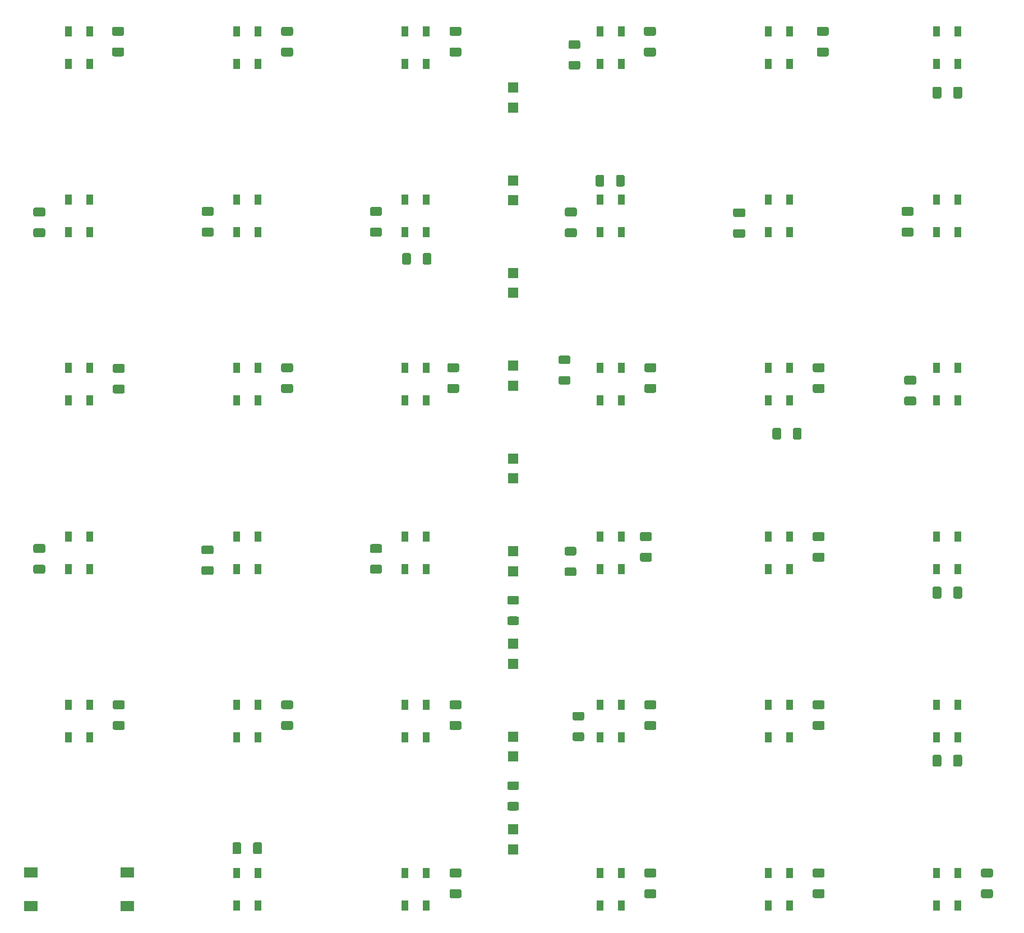
<source format=gbr>
%TF.GenerationSoftware,KiCad,Pcbnew,(5.1.10)-1*%
%TF.CreationDate,2021-09-15T07:53:10+09:00*%
%TF.ProjectId,hanClock,68616e43-6c6f-4636-9b2e-6b696361645f,rev?*%
%TF.SameCoordinates,Original*%
%TF.FileFunction,Paste,Top*%
%TF.FilePolarity,Positive*%
%FSLAX46Y46*%
G04 Gerber Fmt 4.6, Leading zero omitted, Abs format (unit mm)*
G04 Created by KiCad (PCBNEW (5.1.10)-1) date 2021-09-15 07:53:10*
%MOMM*%
%LPD*%
G01*
G04 APERTURE LIST*
%ADD10R,1.000000X1.500000*%
%ADD11R,1.500000X1.500000*%
%ADD12R,2.000000X1.500000*%
G04 APERTURE END LIST*
D10*
%TO.C,D24*%
X119975000Y-35675000D03*
X116775000Y-35675000D03*
X119975000Y-40575000D03*
X116775000Y-40575000D03*
%TD*%
D11*
%TO.C,D42*%
X78250000Y-116750000D03*
X78250000Y-119750000D03*
%TD*%
D10*
%TO.C,D30*%
X36525000Y-15158300D03*
X39725000Y-15158300D03*
X36525000Y-10258300D03*
X39725000Y-10258300D03*
%TD*%
%TO.C,D33*%
X116775000Y-15158300D03*
X119975000Y-15158300D03*
X116775000Y-10258300D03*
X119975000Y-10258300D03*
%TD*%
%TO.C,D32*%
X91358300Y-15158300D03*
X94558300Y-15158300D03*
X91358300Y-10258300D03*
X94558300Y-10258300D03*
%TD*%
%TO.C,D31*%
X61941700Y-15158300D03*
X65141700Y-15158300D03*
X61941700Y-10258300D03*
X65141700Y-10258300D03*
%TD*%
%TO.C,D29*%
X11108300Y-15158300D03*
X14308300Y-15158300D03*
X11108300Y-10258300D03*
X14308300Y-10258300D03*
%TD*%
%TO.C,D28*%
X14308300Y-35675000D03*
X11108300Y-35675000D03*
X14308300Y-40575000D03*
X11108300Y-40575000D03*
%TD*%
%TO.C,D27*%
X39725000Y-35675000D03*
X36525000Y-35675000D03*
X39725000Y-40575000D03*
X36525000Y-40575000D03*
%TD*%
%TO.C,D26*%
X65141700Y-35675000D03*
X61941700Y-35675000D03*
X65141700Y-40575000D03*
X61941700Y-40575000D03*
%TD*%
%TO.C,D25*%
X94558300Y-35675000D03*
X91358300Y-35675000D03*
X94558300Y-40575000D03*
X91358300Y-40575000D03*
%TD*%
%TO.C,D23*%
X145391700Y-35675000D03*
X142191700Y-35675000D03*
X145391700Y-40575000D03*
X142191700Y-40575000D03*
%TD*%
%TO.C,D22*%
X142191700Y-65991700D03*
X145391700Y-65991700D03*
X142191700Y-61091700D03*
X145391700Y-61091700D03*
%TD*%
%TO.C,D21*%
X116775000Y-65991700D03*
X119975000Y-65991700D03*
X116775000Y-61091700D03*
X119975000Y-61091700D03*
%TD*%
%TO.C,D20*%
X91358300Y-65991700D03*
X94558300Y-65991700D03*
X91358300Y-61091700D03*
X94558300Y-61091700D03*
%TD*%
%TO.C,D19*%
X61941700Y-65991700D03*
X65141700Y-65991700D03*
X61941700Y-61091700D03*
X65141700Y-61091700D03*
%TD*%
%TO.C,D18*%
X36525000Y-65991700D03*
X39725000Y-65991700D03*
X36525000Y-61091700D03*
X39725000Y-61091700D03*
%TD*%
%TO.C,D17*%
X11108300Y-65991700D03*
X14308300Y-65991700D03*
X11108300Y-61091700D03*
X14308300Y-61091700D03*
%TD*%
%TO.C,D16*%
X14308300Y-86508300D03*
X11108300Y-86508300D03*
X14308300Y-91408300D03*
X11108300Y-91408300D03*
%TD*%
%TO.C,D15*%
X39725000Y-86508300D03*
X36525000Y-86508300D03*
X39725000Y-91408300D03*
X36525000Y-91408300D03*
%TD*%
%TO.C,D14*%
X65141700Y-86508300D03*
X61941700Y-86508300D03*
X65141700Y-91408300D03*
X61941700Y-91408300D03*
%TD*%
%TO.C,D13*%
X94558300Y-86508300D03*
X91358300Y-86508300D03*
X94558300Y-91408300D03*
X91358300Y-91408300D03*
%TD*%
%TO.C,D12*%
X119975000Y-86508300D03*
X116775000Y-86508300D03*
X119975000Y-91408300D03*
X116775000Y-91408300D03*
%TD*%
%TO.C,D11*%
X145391700Y-86508300D03*
X142191700Y-86508300D03*
X145391700Y-91408300D03*
X142191700Y-91408300D03*
%TD*%
%TO.C,D10*%
X142191700Y-116825000D03*
X145391700Y-116825000D03*
X142191700Y-111925000D03*
X145391700Y-111925000D03*
%TD*%
%TO.C,D9*%
X116775000Y-116825000D03*
X119975000Y-116825000D03*
X116775000Y-111925000D03*
X119975000Y-111925000D03*
%TD*%
%TO.C,D8*%
X91358300Y-116825000D03*
X94558300Y-116825000D03*
X91358300Y-111925000D03*
X94558300Y-111925000D03*
%TD*%
%TO.C,D7*%
X61941700Y-116825000D03*
X65141700Y-116825000D03*
X61941700Y-111925000D03*
X65141700Y-111925000D03*
%TD*%
%TO.C,D6*%
X36525000Y-116825000D03*
X39725000Y-116825000D03*
X36525000Y-111925000D03*
X39725000Y-111925000D03*
%TD*%
%TO.C,D5*%
X11108300Y-116825000D03*
X14308300Y-116825000D03*
X11108300Y-111925000D03*
X14308300Y-111925000D03*
%TD*%
%TO.C,D4*%
X39725000Y-137341700D03*
X36525000Y-137341700D03*
X39725000Y-142241700D03*
X36525000Y-142241700D03*
%TD*%
%TO.C,D3*%
X65141700Y-137341700D03*
X61941700Y-137341700D03*
X65141700Y-142241700D03*
X61941700Y-142241700D03*
%TD*%
%TO.C,D2*%
X94558300Y-137341700D03*
X91358300Y-137341700D03*
X94558300Y-142241700D03*
X91358300Y-142241700D03*
%TD*%
%TO.C,D1*%
X119975000Y-137341700D03*
X116775000Y-137341700D03*
X119975000Y-142241700D03*
X116775000Y-142241700D03*
%TD*%
%TO.C,D0*%
X145391700Y-137341700D03*
X142191700Y-137341700D03*
X145391700Y-142241700D03*
X142191700Y-142241700D03*
%TD*%
%TO.C,D34*%
X142191700Y-15158300D03*
X145391700Y-15158300D03*
X142191700Y-10258300D03*
X145391700Y-10258300D03*
%TD*%
D11*
%TO.C,D36*%
X78250000Y-32750000D03*
X78250000Y-35750000D03*
%TD*%
%TO.C,D43*%
X78250000Y-130750000D03*
X78250000Y-133750000D03*
%TD*%
%TO.C,D35*%
X78250000Y-18750000D03*
X78250000Y-21750000D03*
%TD*%
%TO.C,D37*%
X78250000Y-46750000D03*
X78250000Y-49750000D03*
%TD*%
%TO.C,D38*%
X78250000Y-60750000D03*
X78250000Y-63750000D03*
%TD*%
%TO.C,D39*%
X78250000Y-74750000D03*
X78250000Y-77750000D03*
%TD*%
%TO.C,D40*%
X78250000Y-88750000D03*
X78250000Y-91750000D03*
%TD*%
%TO.C,D41*%
X78250000Y-102750000D03*
X78250000Y-105750000D03*
%TD*%
D12*
%TO.C,SW1*%
X19958300Y-142291700D03*
X19958300Y-137291700D03*
X5458300Y-142291700D03*
X5458300Y-137291700D03*
%TD*%
%TO.C,C0*%
G36*
G01*
X150441701Y-141125000D02*
X149141699Y-141125000D01*
G75*
G02*
X148891700Y-140875001I0J249999D01*
G01*
X148891700Y-140049999D01*
G75*
G02*
X149141699Y-139800000I249999J0D01*
G01*
X150441701Y-139800000D01*
G75*
G02*
X150691700Y-140049999I0J-249999D01*
G01*
X150691700Y-140875001D01*
G75*
G02*
X150441701Y-141125000I-249999J0D01*
G01*
G37*
G36*
G01*
X150441701Y-138000000D02*
X149141699Y-138000000D01*
G75*
G02*
X148891700Y-137750001I0J249999D01*
G01*
X148891700Y-136924999D01*
G75*
G02*
X149141699Y-136675000I249999J0D01*
G01*
X150441701Y-136675000D01*
G75*
G02*
X150691700Y-136924999I0J-249999D01*
G01*
X150691700Y-137750001D01*
G75*
G02*
X150441701Y-138000000I-249999J0D01*
G01*
G37*
%TD*%
%TO.C,C1*%
G36*
G01*
X125025001Y-138000000D02*
X123724999Y-138000000D01*
G75*
G02*
X123475000Y-137750001I0J249999D01*
G01*
X123475000Y-136924999D01*
G75*
G02*
X123724999Y-136675000I249999J0D01*
G01*
X125025001Y-136675000D01*
G75*
G02*
X125275000Y-136924999I0J-249999D01*
G01*
X125275000Y-137750001D01*
G75*
G02*
X125025001Y-138000000I-249999J0D01*
G01*
G37*
G36*
G01*
X125025001Y-141125000D02*
X123724999Y-141125000D01*
G75*
G02*
X123475000Y-140875001I0J249999D01*
G01*
X123475000Y-140049999D01*
G75*
G02*
X123724999Y-139800000I249999J0D01*
G01*
X125025001Y-139800000D01*
G75*
G02*
X125275000Y-140049999I0J-249999D01*
G01*
X125275000Y-140875001D01*
G75*
G02*
X125025001Y-141125000I-249999J0D01*
G01*
G37*
%TD*%
%TO.C,C2*%
G36*
G01*
X99608301Y-138000000D02*
X98308299Y-138000000D01*
G75*
G02*
X98058300Y-137750001I0J249999D01*
G01*
X98058300Y-136924999D01*
G75*
G02*
X98308299Y-136675000I249999J0D01*
G01*
X99608301Y-136675000D01*
G75*
G02*
X99858300Y-136924999I0J-249999D01*
G01*
X99858300Y-137750001D01*
G75*
G02*
X99608301Y-138000000I-249999J0D01*
G01*
G37*
G36*
G01*
X99608301Y-141125000D02*
X98308299Y-141125000D01*
G75*
G02*
X98058300Y-140875001I0J249999D01*
G01*
X98058300Y-140049999D01*
G75*
G02*
X98308299Y-139800000I249999J0D01*
G01*
X99608301Y-139800000D01*
G75*
G02*
X99858300Y-140049999I0J-249999D01*
G01*
X99858300Y-140875001D01*
G75*
G02*
X99608301Y-141125000I-249999J0D01*
G01*
G37*
%TD*%
%TO.C,C3*%
G36*
G01*
X70191701Y-138000000D02*
X68891699Y-138000000D01*
G75*
G02*
X68641700Y-137750001I0J249999D01*
G01*
X68641700Y-136924999D01*
G75*
G02*
X68891699Y-136675000I249999J0D01*
G01*
X70191701Y-136675000D01*
G75*
G02*
X70441700Y-136924999I0J-249999D01*
G01*
X70441700Y-137750001D01*
G75*
G02*
X70191701Y-138000000I-249999J0D01*
G01*
G37*
G36*
G01*
X70191701Y-141125000D02*
X68891699Y-141125000D01*
G75*
G02*
X68641700Y-140875001I0J249999D01*
G01*
X68641700Y-140049999D01*
G75*
G02*
X68891699Y-139800000I249999J0D01*
G01*
X70191701Y-139800000D01*
G75*
G02*
X70441700Y-140049999I0J-249999D01*
G01*
X70441700Y-140875001D01*
G75*
G02*
X70191701Y-141125000I-249999J0D01*
G01*
G37*
%TD*%
%TO.C,C4*%
G36*
G01*
X39000000Y-134250001D02*
X39000000Y-132949999D01*
G75*
G02*
X39249999Y-132700000I249999J0D01*
G01*
X40075001Y-132700000D01*
G75*
G02*
X40325000Y-132949999I0J-249999D01*
G01*
X40325000Y-134250001D01*
G75*
G02*
X40075001Y-134500000I-249999J0D01*
G01*
X39249999Y-134500000D01*
G75*
G02*
X39000000Y-134250001I0J249999D01*
G01*
G37*
G36*
G01*
X35875000Y-134250001D02*
X35875000Y-132949999D01*
G75*
G02*
X36124999Y-132700000I249999J0D01*
G01*
X36950001Y-132700000D01*
G75*
G02*
X37200000Y-132949999I0J-249999D01*
G01*
X37200000Y-134250001D01*
G75*
G02*
X36950001Y-134500000I-249999J0D01*
G01*
X36124999Y-134500000D01*
G75*
G02*
X35875000Y-134250001I0J249999D01*
G01*
G37*
%TD*%
%TO.C,C5*%
G36*
G01*
X18058299Y-114400000D02*
X19358301Y-114400000D01*
G75*
G02*
X19608300Y-114649999I0J-249999D01*
G01*
X19608300Y-115475001D01*
G75*
G02*
X19358301Y-115725000I-249999J0D01*
G01*
X18058299Y-115725000D01*
G75*
G02*
X17808300Y-115475001I0J249999D01*
G01*
X17808300Y-114649999D01*
G75*
G02*
X18058299Y-114400000I249999J0D01*
G01*
G37*
G36*
G01*
X18058299Y-111275000D02*
X19358301Y-111275000D01*
G75*
G02*
X19608300Y-111524999I0J-249999D01*
G01*
X19608300Y-112350001D01*
G75*
G02*
X19358301Y-112600000I-249999J0D01*
G01*
X18058299Y-112600000D01*
G75*
G02*
X17808300Y-112350001I0J249999D01*
G01*
X17808300Y-111524999D01*
G75*
G02*
X18058299Y-111275000I249999J0D01*
G01*
G37*
%TD*%
%TO.C,C6*%
G36*
G01*
X43474999Y-114400000D02*
X44775001Y-114400000D01*
G75*
G02*
X45025000Y-114649999I0J-249999D01*
G01*
X45025000Y-115475001D01*
G75*
G02*
X44775001Y-115725000I-249999J0D01*
G01*
X43474999Y-115725000D01*
G75*
G02*
X43225000Y-115475001I0J249999D01*
G01*
X43225000Y-114649999D01*
G75*
G02*
X43474999Y-114400000I249999J0D01*
G01*
G37*
G36*
G01*
X43474999Y-111275000D02*
X44775001Y-111275000D01*
G75*
G02*
X45025000Y-111524999I0J-249999D01*
G01*
X45025000Y-112350001D01*
G75*
G02*
X44775001Y-112600000I-249999J0D01*
G01*
X43474999Y-112600000D01*
G75*
G02*
X43225000Y-112350001I0J249999D01*
G01*
X43225000Y-111524999D01*
G75*
G02*
X43474999Y-111275000I249999J0D01*
G01*
G37*
%TD*%
%TO.C,C7*%
G36*
G01*
X68891699Y-114400000D02*
X70191701Y-114400000D01*
G75*
G02*
X70441700Y-114649999I0J-249999D01*
G01*
X70441700Y-115475001D01*
G75*
G02*
X70191701Y-115725000I-249999J0D01*
G01*
X68891699Y-115725000D01*
G75*
G02*
X68641700Y-115475001I0J249999D01*
G01*
X68641700Y-114649999D01*
G75*
G02*
X68891699Y-114400000I249999J0D01*
G01*
G37*
G36*
G01*
X68891699Y-111275000D02*
X70191701Y-111275000D01*
G75*
G02*
X70441700Y-111524999I0J-249999D01*
G01*
X70441700Y-112350001D01*
G75*
G02*
X70191701Y-112600000I-249999J0D01*
G01*
X68891699Y-112600000D01*
G75*
G02*
X68641700Y-112350001I0J249999D01*
G01*
X68641700Y-111524999D01*
G75*
G02*
X68891699Y-111275000I249999J0D01*
G01*
G37*
%TD*%
%TO.C,C8*%
G36*
G01*
X98308299Y-114400000D02*
X99608301Y-114400000D01*
G75*
G02*
X99858300Y-114649999I0J-249999D01*
G01*
X99858300Y-115475001D01*
G75*
G02*
X99608301Y-115725000I-249999J0D01*
G01*
X98308299Y-115725000D01*
G75*
G02*
X98058300Y-115475001I0J249999D01*
G01*
X98058300Y-114649999D01*
G75*
G02*
X98308299Y-114400000I249999J0D01*
G01*
G37*
G36*
G01*
X98308299Y-111275000D02*
X99608301Y-111275000D01*
G75*
G02*
X99858300Y-111524999I0J-249999D01*
G01*
X99858300Y-112350001D01*
G75*
G02*
X99608301Y-112600000I-249999J0D01*
G01*
X98308299Y-112600000D01*
G75*
G02*
X98058300Y-112350001I0J249999D01*
G01*
X98058300Y-111524999D01*
G75*
G02*
X98308299Y-111275000I249999J0D01*
G01*
G37*
%TD*%
%TO.C,C9*%
G36*
G01*
X123724999Y-114400000D02*
X125025001Y-114400000D01*
G75*
G02*
X125275000Y-114649999I0J-249999D01*
G01*
X125275000Y-115475001D01*
G75*
G02*
X125025001Y-115725000I-249999J0D01*
G01*
X123724999Y-115725000D01*
G75*
G02*
X123475000Y-115475001I0J249999D01*
G01*
X123475000Y-114649999D01*
G75*
G02*
X123724999Y-114400000I249999J0D01*
G01*
G37*
G36*
G01*
X123724999Y-111275000D02*
X125025001Y-111275000D01*
G75*
G02*
X125275000Y-111524999I0J-249999D01*
G01*
X125275000Y-112350001D01*
G75*
G02*
X125025001Y-112600000I-249999J0D01*
G01*
X123724999Y-112600000D01*
G75*
G02*
X123475000Y-112350001I0J249999D01*
G01*
X123475000Y-111524999D01*
G75*
G02*
X123724999Y-111275000I249999J0D01*
G01*
G37*
%TD*%
%TO.C,C10*%
G36*
G01*
X142900000Y-119724999D02*
X142900000Y-121025001D01*
G75*
G02*
X142650001Y-121275000I-249999J0D01*
G01*
X141824999Y-121275000D01*
G75*
G02*
X141575000Y-121025001I0J249999D01*
G01*
X141575000Y-119724999D01*
G75*
G02*
X141824999Y-119475000I249999J0D01*
G01*
X142650001Y-119475000D01*
G75*
G02*
X142900000Y-119724999I0J-249999D01*
G01*
G37*
G36*
G01*
X146025000Y-119724999D02*
X146025000Y-121025001D01*
G75*
G02*
X145775001Y-121275000I-249999J0D01*
G01*
X144949999Y-121275000D01*
G75*
G02*
X144700000Y-121025001I0J249999D01*
G01*
X144700000Y-119724999D01*
G75*
G02*
X144949999Y-119475000I249999J0D01*
G01*
X145775001Y-119475000D01*
G75*
G02*
X146025000Y-119724999I0J-249999D01*
G01*
G37*
%TD*%
%TO.C,C11*%
G36*
G01*
X144700000Y-95650001D02*
X144700000Y-94349999D01*
G75*
G02*
X144949999Y-94100000I249999J0D01*
G01*
X145775001Y-94100000D01*
G75*
G02*
X146025000Y-94349999I0J-249999D01*
G01*
X146025000Y-95650001D01*
G75*
G02*
X145775001Y-95900000I-249999J0D01*
G01*
X144949999Y-95900000D01*
G75*
G02*
X144700000Y-95650001I0J249999D01*
G01*
G37*
G36*
G01*
X141575000Y-95650001D02*
X141575000Y-94349999D01*
G75*
G02*
X141824999Y-94100000I249999J0D01*
G01*
X142650001Y-94100000D01*
G75*
G02*
X142900000Y-94349999I0J-249999D01*
G01*
X142900000Y-95650001D01*
G75*
G02*
X142650001Y-95900000I-249999J0D01*
G01*
X141824999Y-95900000D01*
G75*
G02*
X141575000Y-95650001I0J249999D01*
G01*
G37*
%TD*%
%TO.C,C12*%
G36*
G01*
X125025001Y-87200000D02*
X123724999Y-87200000D01*
G75*
G02*
X123475000Y-86950001I0J249999D01*
G01*
X123475000Y-86124999D01*
G75*
G02*
X123724999Y-85875000I249999J0D01*
G01*
X125025001Y-85875000D01*
G75*
G02*
X125275000Y-86124999I0J-249999D01*
G01*
X125275000Y-86950001D01*
G75*
G02*
X125025001Y-87200000I-249999J0D01*
G01*
G37*
G36*
G01*
X125025001Y-90325000D02*
X123724999Y-90325000D01*
G75*
G02*
X123475000Y-90075001I0J249999D01*
G01*
X123475000Y-89249999D01*
G75*
G02*
X123724999Y-89000000I249999J0D01*
G01*
X125025001Y-89000000D01*
G75*
G02*
X125275000Y-89249999I0J-249999D01*
G01*
X125275000Y-90075001D01*
G75*
G02*
X125025001Y-90325000I-249999J0D01*
G01*
G37*
%TD*%
%TO.C,C13*%
G36*
G01*
X98950001Y-87200000D02*
X97649999Y-87200000D01*
G75*
G02*
X97400000Y-86950001I0J249999D01*
G01*
X97400000Y-86124999D01*
G75*
G02*
X97649999Y-85875000I249999J0D01*
G01*
X98950001Y-85875000D01*
G75*
G02*
X99200000Y-86124999I0J-249999D01*
G01*
X99200000Y-86950001D01*
G75*
G02*
X98950001Y-87200000I-249999J0D01*
G01*
G37*
G36*
G01*
X98950001Y-90325000D02*
X97649999Y-90325000D01*
G75*
G02*
X97400000Y-90075001I0J249999D01*
G01*
X97400000Y-89249999D01*
G75*
G02*
X97649999Y-89000000I249999J0D01*
G01*
X98950001Y-89000000D01*
G75*
G02*
X99200000Y-89249999I0J-249999D01*
G01*
X99200000Y-90075001D01*
G75*
G02*
X98950001Y-90325000I-249999J0D01*
G01*
G37*
%TD*%
%TO.C,C14*%
G36*
G01*
X58191701Y-89000000D02*
X56891699Y-89000000D01*
G75*
G02*
X56641700Y-88750001I0J249999D01*
G01*
X56641700Y-87924999D01*
G75*
G02*
X56891699Y-87675000I249999J0D01*
G01*
X58191701Y-87675000D01*
G75*
G02*
X58441700Y-87924999I0J-249999D01*
G01*
X58441700Y-88750001D01*
G75*
G02*
X58191701Y-89000000I-249999J0D01*
G01*
G37*
G36*
G01*
X58191701Y-92125000D02*
X56891699Y-92125000D01*
G75*
G02*
X56641700Y-91875001I0J249999D01*
G01*
X56641700Y-91049999D01*
G75*
G02*
X56891699Y-90800000I249999J0D01*
G01*
X58191701Y-90800000D01*
G75*
G02*
X58441700Y-91049999I0J-249999D01*
G01*
X58441700Y-91875001D01*
G75*
G02*
X58191701Y-92125000I-249999J0D01*
G01*
G37*
%TD*%
%TO.C,C15*%
G36*
G01*
X32750001Y-89200000D02*
X31449999Y-89200000D01*
G75*
G02*
X31200000Y-88950001I0J249999D01*
G01*
X31200000Y-88124999D01*
G75*
G02*
X31449999Y-87875000I249999J0D01*
G01*
X32750001Y-87875000D01*
G75*
G02*
X33000000Y-88124999I0J-249999D01*
G01*
X33000000Y-88950001D01*
G75*
G02*
X32750001Y-89200000I-249999J0D01*
G01*
G37*
G36*
G01*
X32750001Y-92325000D02*
X31449999Y-92325000D01*
G75*
G02*
X31200000Y-92075001I0J249999D01*
G01*
X31200000Y-91249999D01*
G75*
G02*
X31449999Y-91000000I249999J0D01*
G01*
X32750001Y-91000000D01*
G75*
G02*
X33000000Y-91249999I0J-249999D01*
G01*
X33000000Y-92075001D01*
G75*
G02*
X32750001Y-92325000I-249999J0D01*
G01*
G37*
%TD*%
%TO.C,C16*%
G36*
G01*
X7358301Y-89000000D02*
X6058299Y-89000000D01*
G75*
G02*
X5808300Y-88750001I0J249999D01*
G01*
X5808300Y-87924999D01*
G75*
G02*
X6058299Y-87675000I249999J0D01*
G01*
X7358301Y-87675000D01*
G75*
G02*
X7608300Y-87924999I0J-249999D01*
G01*
X7608300Y-88750001D01*
G75*
G02*
X7358301Y-89000000I-249999J0D01*
G01*
G37*
G36*
G01*
X7358301Y-92125000D02*
X6058299Y-92125000D01*
G75*
G02*
X5808300Y-91875001I0J249999D01*
G01*
X5808300Y-91049999D01*
G75*
G02*
X6058299Y-90800000I249999J0D01*
G01*
X7358301Y-90800000D01*
G75*
G02*
X7608300Y-91049999I0J-249999D01*
G01*
X7608300Y-91875001D01*
G75*
G02*
X7358301Y-92125000I-249999J0D01*
G01*
G37*
%TD*%
%TO.C,C17*%
G36*
G01*
X18058299Y-63600000D02*
X19358301Y-63600000D01*
G75*
G02*
X19608300Y-63849999I0J-249999D01*
G01*
X19608300Y-64675001D01*
G75*
G02*
X19358301Y-64925000I-249999J0D01*
G01*
X18058299Y-64925000D01*
G75*
G02*
X17808300Y-64675001I0J249999D01*
G01*
X17808300Y-63849999D01*
G75*
G02*
X18058299Y-63600000I249999J0D01*
G01*
G37*
G36*
G01*
X18058299Y-60475000D02*
X19358301Y-60475000D01*
G75*
G02*
X19608300Y-60724999I0J-249999D01*
G01*
X19608300Y-61550001D01*
G75*
G02*
X19358301Y-61800000I-249999J0D01*
G01*
X18058299Y-61800000D01*
G75*
G02*
X17808300Y-61550001I0J249999D01*
G01*
X17808300Y-60724999D01*
G75*
G02*
X18058299Y-60475000I249999J0D01*
G01*
G37*
%TD*%
%TO.C,C18*%
G36*
G01*
X43474999Y-63500000D02*
X44775001Y-63500000D01*
G75*
G02*
X45025000Y-63749999I0J-249999D01*
G01*
X45025000Y-64575001D01*
G75*
G02*
X44775001Y-64825000I-249999J0D01*
G01*
X43474999Y-64825000D01*
G75*
G02*
X43225000Y-64575001I0J249999D01*
G01*
X43225000Y-63749999D01*
G75*
G02*
X43474999Y-63500000I249999J0D01*
G01*
G37*
G36*
G01*
X43474999Y-60375000D02*
X44775001Y-60375000D01*
G75*
G02*
X45025000Y-60624999I0J-249999D01*
G01*
X45025000Y-61450001D01*
G75*
G02*
X44775001Y-61700000I-249999J0D01*
G01*
X43474999Y-61700000D01*
G75*
G02*
X43225000Y-61450001I0J249999D01*
G01*
X43225000Y-60624999D01*
G75*
G02*
X43474999Y-60375000I249999J0D01*
G01*
G37*
%TD*%
%TO.C,C19*%
G36*
G01*
X68549999Y-63500000D02*
X69850001Y-63500000D01*
G75*
G02*
X70100000Y-63749999I0J-249999D01*
G01*
X70100000Y-64575001D01*
G75*
G02*
X69850001Y-64825000I-249999J0D01*
G01*
X68549999Y-64825000D01*
G75*
G02*
X68300000Y-64575001I0J249999D01*
G01*
X68300000Y-63749999D01*
G75*
G02*
X68549999Y-63500000I249999J0D01*
G01*
G37*
G36*
G01*
X68549999Y-60375000D02*
X69850001Y-60375000D01*
G75*
G02*
X70100000Y-60624999I0J-249999D01*
G01*
X70100000Y-61450001D01*
G75*
G02*
X69850001Y-61700000I-249999J0D01*
G01*
X68549999Y-61700000D01*
G75*
G02*
X68300000Y-61450001I0J249999D01*
G01*
X68300000Y-60624999D01*
G75*
G02*
X68549999Y-60375000I249999J0D01*
G01*
G37*
%TD*%
%TO.C,C20*%
G36*
G01*
X98308299Y-63500000D02*
X99608301Y-63500000D01*
G75*
G02*
X99858300Y-63749999I0J-249999D01*
G01*
X99858300Y-64575001D01*
G75*
G02*
X99608301Y-64825000I-249999J0D01*
G01*
X98308299Y-64825000D01*
G75*
G02*
X98058300Y-64575001I0J249999D01*
G01*
X98058300Y-63749999D01*
G75*
G02*
X98308299Y-63500000I249999J0D01*
G01*
G37*
G36*
G01*
X98308299Y-60375000D02*
X99608301Y-60375000D01*
G75*
G02*
X99858300Y-60624999I0J-249999D01*
G01*
X99858300Y-61450001D01*
G75*
G02*
X99608301Y-61700000I-249999J0D01*
G01*
X98308299Y-61700000D01*
G75*
G02*
X98058300Y-61450001I0J249999D01*
G01*
X98058300Y-60624999D01*
G75*
G02*
X98308299Y-60375000I249999J0D01*
G01*
G37*
%TD*%
%TO.C,C21*%
G36*
G01*
X123724999Y-63500000D02*
X125025001Y-63500000D01*
G75*
G02*
X125275000Y-63749999I0J-249999D01*
G01*
X125275000Y-64575001D01*
G75*
G02*
X125025001Y-64825000I-249999J0D01*
G01*
X123724999Y-64825000D01*
G75*
G02*
X123475000Y-64575001I0J249999D01*
G01*
X123475000Y-63749999D01*
G75*
G02*
X123724999Y-63500000I249999J0D01*
G01*
G37*
G36*
G01*
X123724999Y-60375000D02*
X125025001Y-60375000D01*
G75*
G02*
X125275000Y-60624999I0J-249999D01*
G01*
X125275000Y-61450001D01*
G75*
G02*
X125025001Y-61700000I-249999J0D01*
G01*
X123724999Y-61700000D01*
G75*
G02*
X123475000Y-61450001I0J249999D01*
G01*
X123475000Y-60624999D01*
G75*
G02*
X123724999Y-60375000I249999J0D01*
G01*
G37*
%TD*%
%TO.C,C22*%
G36*
G01*
X137549999Y-65400000D02*
X138850001Y-65400000D01*
G75*
G02*
X139100000Y-65649999I0J-249999D01*
G01*
X139100000Y-66475001D01*
G75*
G02*
X138850001Y-66725000I-249999J0D01*
G01*
X137549999Y-66725000D01*
G75*
G02*
X137300000Y-66475001I0J249999D01*
G01*
X137300000Y-65649999D01*
G75*
G02*
X137549999Y-65400000I249999J0D01*
G01*
G37*
G36*
G01*
X137549999Y-62275000D02*
X138850001Y-62275000D01*
G75*
G02*
X139100000Y-62524999I0J-249999D01*
G01*
X139100000Y-63350001D01*
G75*
G02*
X138850001Y-63600000I-249999J0D01*
G01*
X137549999Y-63600000D01*
G75*
G02*
X137300000Y-63350001I0J249999D01*
G01*
X137300000Y-62524999D01*
G75*
G02*
X137549999Y-62275000I249999J0D01*
G01*
G37*
%TD*%
%TO.C,C23*%
G36*
G01*
X138441701Y-38100000D02*
X137141699Y-38100000D01*
G75*
G02*
X136891700Y-37850001I0J249999D01*
G01*
X136891700Y-37024999D01*
G75*
G02*
X137141699Y-36775000I249999J0D01*
G01*
X138441701Y-36775000D01*
G75*
G02*
X138691700Y-37024999I0J-249999D01*
G01*
X138691700Y-37850001D01*
G75*
G02*
X138441701Y-38100000I-249999J0D01*
G01*
G37*
G36*
G01*
X138441701Y-41225000D02*
X137141699Y-41225000D01*
G75*
G02*
X136891700Y-40975001I0J249999D01*
G01*
X136891700Y-40149999D01*
G75*
G02*
X137141699Y-39900000I249999J0D01*
G01*
X138441701Y-39900000D01*
G75*
G02*
X138691700Y-40149999I0J-249999D01*
G01*
X138691700Y-40975001D01*
G75*
G02*
X138441701Y-41225000I-249999J0D01*
G01*
G37*
%TD*%
%TO.C,C24*%
G36*
G01*
X113025001Y-38300000D02*
X111724999Y-38300000D01*
G75*
G02*
X111475000Y-38050001I0J249999D01*
G01*
X111475000Y-37224999D01*
G75*
G02*
X111724999Y-36975000I249999J0D01*
G01*
X113025001Y-36975000D01*
G75*
G02*
X113275000Y-37224999I0J-249999D01*
G01*
X113275000Y-38050001D01*
G75*
G02*
X113025001Y-38300000I-249999J0D01*
G01*
G37*
G36*
G01*
X113025001Y-41425000D02*
X111724999Y-41425000D01*
G75*
G02*
X111475000Y-41175001I0J249999D01*
G01*
X111475000Y-40349999D01*
G75*
G02*
X111724999Y-40100000I249999J0D01*
G01*
X113025001Y-40100000D01*
G75*
G02*
X113275000Y-40349999I0J-249999D01*
G01*
X113275000Y-41175001D01*
G75*
G02*
X113025001Y-41425000I-249999J0D01*
G01*
G37*
%TD*%
%TO.C,C25*%
G36*
G01*
X87608301Y-38200000D02*
X86308299Y-38200000D01*
G75*
G02*
X86058300Y-37950001I0J249999D01*
G01*
X86058300Y-37124999D01*
G75*
G02*
X86308299Y-36875000I249999J0D01*
G01*
X87608301Y-36875000D01*
G75*
G02*
X87858300Y-37124999I0J-249999D01*
G01*
X87858300Y-37950001D01*
G75*
G02*
X87608301Y-38200000I-249999J0D01*
G01*
G37*
G36*
G01*
X87608301Y-41325000D02*
X86308299Y-41325000D01*
G75*
G02*
X86058300Y-41075001I0J249999D01*
G01*
X86058300Y-40249999D01*
G75*
G02*
X86308299Y-40000000I249999J0D01*
G01*
X87608301Y-40000000D01*
G75*
G02*
X87858300Y-40249999I0J-249999D01*
G01*
X87858300Y-41075001D01*
G75*
G02*
X87608301Y-41325000I-249999J0D01*
G01*
G37*
%TD*%
%TO.C,C26*%
G36*
G01*
X58191701Y-38100000D02*
X56891699Y-38100000D01*
G75*
G02*
X56641700Y-37850001I0J249999D01*
G01*
X56641700Y-37024999D01*
G75*
G02*
X56891699Y-36775000I249999J0D01*
G01*
X58191701Y-36775000D01*
G75*
G02*
X58441700Y-37024999I0J-249999D01*
G01*
X58441700Y-37850001D01*
G75*
G02*
X58191701Y-38100000I-249999J0D01*
G01*
G37*
G36*
G01*
X58191701Y-41225000D02*
X56891699Y-41225000D01*
G75*
G02*
X56641700Y-40975001I0J249999D01*
G01*
X56641700Y-40149999D01*
G75*
G02*
X56891699Y-39900000I249999J0D01*
G01*
X58191701Y-39900000D01*
G75*
G02*
X58441700Y-40149999I0J-249999D01*
G01*
X58441700Y-40975001D01*
G75*
G02*
X58191701Y-41225000I-249999J0D01*
G01*
G37*
%TD*%
%TO.C,C27*%
G36*
G01*
X32775001Y-38100000D02*
X31474999Y-38100000D01*
G75*
G02*
X31225000Y-37850001I0J249999D01*
G01*
X31225000Y-37024999D01*
G75*
G02*
X31474999Y-36775000I249999J0D01*
G01*
X32775001Y-36775000D01*
G75*
G02*
X33025000Y-37024999I0J-249999D01*
G01*
X33025000Y-37850001D01*
G75*
G02*
X32775001Y-38100000I-249999J0D01*
G01*
G37*
G36*
G01*
X32775001Y-41225000D02*
X31474999Y-41225000D01*
G75*
G02*
X31225000Y-40975001I0J249999D01*
G01*
X31225000Y-40149999D01*
G75*
G02*
X31474999Y-39900000I249999J0D01*
G01*
X32775001Y-39900000D01*
G75*
G02*
X33025000Y-40149999I0J-249999D01*
G01*
X33025000Y-40975001D01*
G75*
G02*
X32775001Y-41225000I-249999J0D01*
G01*
G37*
%TD*%
%TO.C,C28*%
G36*
G01*
X7358301Y-38200000D02*
X6058299Y-38200000D01*
G75*
G02*
X5808300Y-37950001I0J249999D01*
G01*
X5808300Y-37124999D01*
G75*
G02*
X6058299Y-36875000I249999J0D01*
G01*
X7358301Y-36875000D01*
G75*
G02*
X7608300Y-37124999I0J-249999D01*
G01*
X7608300Y-37950001D01*
G75*
G02*
X7358301Y-38200000I-249999J0D01*
G01*
G37*
G36*
G01*
X7358301Y-41325000D02*
X6058299Y-41325000D01*
G75*
G02*
X5808300Y-41075001I0J249999D01*
G01*
X5808300Y-40249999D01*
G75*
G02*
X6058299Y-40000000I249999J0D01*
G01*
X7358301Y-40000000D01*
G75*
G02*
X7608300Y-40249999I0J-249999D01*
G01*
X7608300Y-41075001D01*
G75*
G02*
X7358301Y-41325000I-249999J0D01*
G01*
G37*
%TD*%
%TO.C,C29*%
G36*
G01*
X17949999Y-12700000D02*
X19250001Y-12700000D01*
G75*
G02*
X19500000Y-12949999I0J-249999D01*
G01*
X19500000Y-13775001D01*
G75*
G02*
X19250001Y-14025000I-249999J0D01*
G01*
X17949999Y-14025000D01*
G75*
G02*
X17700000Y-13775001I0J249999D01*
G01*
X17700000Y-12949999D01*
G75*
G02*
X17949999Y-12700000I249999J0D01*
G01*
G37*
G36*
G01*
X17949999Y-9575000D02*
X19250001Y-9575000D01*
G75*
G02*
X19500000Y-9824999I0J-249999D01*
G01*
X19500000Y-10650001D01*
G75*
G02*
X19250001Y-10900000I-249999J0D01*
G01*
X17949999Y-10900000D01*
G75*
G02*
X17700000Y-10650001I0J249999D01*
G01*
X17700000Y-9824999D01*
G75*
G02*
X17949999Y-9575000I249999J0D01*
G01*
G37*
%TD*%
%TO.C,C30*%
G36*
G01*
X43474999Y-12700000D02*
X44775001Y-12700000D01*
G75*
G02*
X45025000Y-12949999I0J-249999D01*
G01*
X45025000Y-13775001D01*
G75*
G02*
X44775001Y-14025000I-249999J0D01*
G01*
X43474999Y-14025000D01*
G75*
G02*
X43225000Y-13775001I0J249999D01*
G01*
X43225000Y-12949999D01*
G75*
G02*
X43474999Y-12700000I249999J0D01*
G01*
G37*
G36*
G01*
X43474999Y-9575000D02*
X44775001Y-9575000D01*
G75*
G02*
X45025000Y-9824999I0J-249999D01*
G01*
X45025000Y-10650001D01*
G75*
G02*
X44775001Y-10900000I-249999J0D01*
G01*
X43474999Y-10900000D01*
G75*
G02*
X43225000Y-10650001I0J249999D01*
G01*
X43225000Y-9824999D01*
G75*
G02*
X43474999Y-9575000I249999J0D01*
G01*
G37*
%TD*%
%TO.C,C31*%
G36*
G01*
X68891699Y-12700000D02*
X70191701Y-12700000D01*
G75*
G02*
X70441700Y-12949999I0J-249999D01*
G01*
X70441700Y-13775001D01*
G75*
G02*
X70191701Y-14025000I-249999J0D01*
G01*
X68891699Y-14025000D01*
G75*
G02*
X68641700Y-13775001I0J249999D01*
G01*
X68641700Y-12949999D01*
G75*
G02*
X68891699Y-12700000I249999J0D01*
G01*
G37*
G36*
G01*
X68891699Y-9575000D02*
X70191701Y-9575000D01*
G75*
G02*
X70441700Y-9824999I0J-249999D01*
G01*
X70441700Y-10650001D01*
G75*
G02*
X70191701Y-10900000I-249999J0D01*
G01*
X68891699Y-10900000D01*
G75*
G02*
X68641700Y-10650001I0J249999D01*
G01*
X68641700Y-9824999D01*
G75*
G02*
X68891699Y-9575000I249999J0D01*
G01*
G37*
%TD*%
%TO.C,C32*%
G36*
G01*
X98249999Y-12700000D02*
X99550001Y-12700000D01*
G75*
G02*
X99800000Y-12949999I0J-249999D01*
G01*
X99800000Y-13775001D01*
G75*
G02*
X99550001Y-14025000I-249999J0D01*
G01*
X98249999Y-14025000D01*
G75*
G02*
X98000000Y-13775001I0J249999D01*
G01*
X98000000Y-12949999D01*
G75*
G02*
X98249999Y-12700000I249999J0D01*
G01*
G37*
G36*
G01*
X98249999Y-9575000D02*
X99550001Y-9575000D01*
G75*
G02*
X99800000Y-9824999I0J-249999D01*
G01*
X99800000Y-10650001D01*
G75*
G02*
X99550001Y-10900000I-249999J0D01*
G01*
X98249999Y-10900000D01*
G75*
G02*
X98000000Y-10650001I0J249999D01*
G01*
X98000000Y-9824999D01*
G75*
G02*
X98249999Y-9575000I249999J0D01*
G01*
G37*
%TD*%
%TO.C,C33*%
G36*
G01*
X124349999Y-12700000D02*
X125650001Y-12700000D01*
G75*
G02*
X125900000Y-12949999I0J-249999D01*
G01*
X125900000Y-13775001D01*
G75*
G02*
X125650001Y-14025000I-249999J0D01*
G01*
X124349999Y-14025000D01*
G75*
G02*
X124100000Y-13775001I0J249999D01*
G01*
X124100000Y-12949999D01*
G75*
G02*
X124349999Y-12700000I249999J0D01*
G01*
G37*
G36*
G01*
X124349999Y-9575000D02*
X125650001Y-9575000D01*
G75*
G02*
X125900000Y-9824999I0J-249999D01*
G01*
X125900000Y-10650001D01*
G75*
G02*
X125650001Y-10900000I-249999J0D01*
G01*
X124349999Y-10900000D01*
G75*
G02*
X124100000Y-10650001I0J249999D01*
G01*
X124100000Y-9824999D01*
G75*
G02*
X124349999Y-9575000I249999J0D01*
G01*
G37*
%TD*%
%TO.C,C34*%
G36*
G01*
X142900000Y-18849999D02*
X142900000Y-20150001D01*
G75*
G02*
X142650001Y-20400000I-249999J0D01*
G01*
X141824999Y-20400000D01*
G75*
G02*
X141575000Y-20150001I0J249999D01*
G01*
X141575000Y-18849999D01*
G75*
G02*
X141824999Y-18600000I249999J0D01*
G01*
X142650001Y-18600000D01*
G75*
G02*
X142900000Y-18849999I0J-249999D01*
G01*
G37*
G36*
G01*
X146025000Y-18849999D02*
X146025000Y-20150001D01*
G75*
G02*
X145775001Y-20400000I-249999J0D01*
G01*
X144949999Y-20400000D01*
G75*
G02*
X144700000Y-20150001I0J249999D01*
G01*
X144700000Y-18849999D01*
G75*
G02*
X144949999Y-18600000I249999J0D01*
G01*
X145775001Y-18600000D01*
G75*
G02*
X146025000Y-18849999I0J-249999D01*
G01*
G37*
%TD*%
%TO.C,R5*%
G36*
G01*
X88125000Y-12900000D02*
X86875000Y-12900000D01*
G75*
G02*
X86625000Y-12650000I0J250000D01*
G01*
X86625000Y-11850000D01*
G75*
G02*
X86875000Y-11600000I250000J0D01*
G01*
X88125000Y-11600000D01*
G75*
G02*
X88375000Y-11850000I0J-250000D01*
G01*
X88375000Y-12650000D01*
G75*
G02*
X88125000Y-12900000I-250000J0D01*
G01*
G37*
G36*
G01*
X88125000Y-16000000D02*
X86875000Y-16000000D01*
G75*
G02*
X86625000Y-15750000I0J250000D01*
G01*
X86625000Y-14950000D01*
G75*
G02*
X86875000Y-14700000I250000J0D01*
G01*
X88125000Y-14700000D01*
G75*
G02*
X88375000Y-14950000I0J-250000D01*
G01*
X88375000Y-15750000D01*
G75*
G02*
X88125000Y-16000000I-250000J0D01*
G01*
G37*
%TD*%
%TO.C,R6*%
G36*
G01*
X93800000Y-33425000D02*
X93800000Y-32175000D01*
G75*
G02*
X94050000Y-31925000I250000J0D01*
G01*
X94850000Y-31925000D01*
G75*
G02*
X95100000Y-32175000I0J-250000D01*
G01*
X95100000Y-33425000D01*
G75*
G02*
X94850000Y-33675000I-250000J0D01*
G01*
X94050000Y-33675000D01*
G75*
G02*
X93800000Y-33425000I0J250000D01*
G01*
G37*
G36*
G01*
X90700000Y-33425000D02*
X90700000Y-32175000D01*
G75*
G02*
X90950000Y-31925000I250000J0D01*
G01*
X91750000Y-31925000D01*
G75*
G02*
X92000000Y-32175000I0J-250000D01*
G01*
X92000000Y-33425000D01*
G75*
G02*
X91750000Y-33675000I-250000J0D01*
G01*
X90950000Y-33675000D01*
G75*
G02*
X90700000Y-33425000I0J250000D01*
G01*
G37*
%TD*%
%TO.C,R7*%
G36*
G01*
X62800000Y-43975000D02*
X62800000Y-45225000D01*
G75*
G02*
X62550000Y-45475000I-250000J0D01*
G01*
X61750000Y-45475000D01*
G75*
G02*
X61500000Y-45225000I0J250000D01*
G01*
X61500000Y-43975000D01*
G75*
G02*
X61750000Y-43725000I250000J0D01*
G01*
X62550000Y-43725000D01*
G75*
G02*
X62800000Y-43975000I0J-250000D01*
G01*
G37*
G36*
G01*
X65900000Y-43975000D02*
X65900000Y-45225000D01*
G75*
G02*
X65650000Y-45475000I-250000J0D01*
G01*
X64850000Y-45475000D01*
G75*
G02*
X64600000Y-45225000I0J250000D01*
G01*
X64600000Y-43975000D01*
G75*
G02*
X64850000Y-43725000I250000J0D01*
G01*
X65650000Y-43725000D01*
G75*
G02*
X65900000Y-43975000I0J-250000D01*
G01*
G37*
%TD*%
%TO.C,R8*%
G36*
G01*
X85375000Y-62300000D02*
X86625000Y-62300000D01*
G75*
G02*
X86875000Y-62550000I0J-250000D01*
G01*
X86875000Y-63350000D01*
G75*
G02*
X86625000Y-63600000I-250000J0D01*
G01*
X85375000Y-63600000D01*
G75*
G02*
X85125000Y-63350000I0J250000D01*
G01*
X85125000Y-62550000D01*
G75*
G02*
X85375000Y-62300000I250000J0D01*
G01*
G37*
G36*
G01*
X85375000Y-59200000D02*
X86625000Y-59200000D01*
G75*
G02*
X86875000Y-59450000I0J-250000D01*
G01*
X86875000Y-60250000D01*
G75*
G02*
X86625000Y-60500000I-250000J0D01*
G01*
X85375000Y-60500000D01*
G75*
G02*
X85125000Y-60250000I0J250000D01*
G01*
X85125000Y-59450000D01*
G75*
G02*
X85375000Y-59200000I250000J0D01*
G01*
G37*
%TD*%
%TO.C,R9*%
G36*
G01*
X120500000Y-71625000D02*
X120500000Y-70375000D01*
G75*
G02*
X120750000Y-70125000I250000J0D01*
G01*
X121550000Y-70125000D01*
G75*
G02*
X121800000Y-70375000I0J-250000D01*
G01*
X121800000Y-71625000D01*
G75*
G02*
X121550000Y-71875000I-250000J0D01*
G01*
X120750000Y-71875000D01*
G75*
G02*
X120500000Y-71625000I0J250000D01*
G01*
G37*
G36*
G01*
X117400000Y-71625000D02*
X117400000Y-70375000D01*
G75*
G02*
X117650000Y-70125000I250000J0D01*
G01*
X118450000Y-70125000D01*
G75*
G02*
X118700000Y-70375000I0J-250000D01*
G01*
X118700000Y-71625000D01*
G75*
G02*
X118450000Y-71875000I-250000J0D01*
G01*
X117650000Y-71875000D01*
G75*
G02*
X117400000Y-71625000I0J250000D01*
G01*
G37*
%TD*%
%TO.C,R10*%
G36*
G01*
X86275000Y-91200000D02*
X87525000Y-91200000D01*
G75*
G02*
X87775000Y-91450000I0J-250000D01*
G01*
X87775000Y-92250000D01*
G75*
G02*
X87525000Y-92500000I-250000J0D01*
G01*
X86275000Y-92500000D01*
G75*
G02*
X86025000Y-92250000I0J250000D01*
G01*
X86025000Y-91450000D01*
G75*
G02*
X86275000Y-91200000I250000J0D01*
G01*
G37*
G36*
G01*
X86275000Y-88100000D02*
X87525000Y-88100000D01*
G75*
G02*
X87775000Y-88350000I0J-250000D01*
G01*
X87775000Y-89150000D01*
G75*
G02*
X87525000Y-89400000I-250000J0D01*
G01*
X86275000Y-89400000D01*
G75*
G02*
X86025000Y-89150000I0J250000D01*
G01*
X86025000Y-88350000D01*
G75*
G02*
X86275000Y-88100000I250000J0D01*
G01*
G37*
%TD*%
%TO.C,R11*%
G36*
G01*
X78875000Y-96800000D02*
X77625000Y-96800000D01*
G75*
G02*
X77375000Y-96550000I0J250000D01*
G01*
X77375000Y-95750000D01*
G75*
G02*
X77625000Y-95500000I250000J0D01*
G01*
X78875000Y-95500000D01*
G75*
G02*
X79125000Y-95750000I0J-250000D01*
G01*
X79125000Y-96550000D01*
G75*
G02*
X78875000Y-96800000I-250000J0D01*
G01*
G37*
G36*
G01*
X78875000Y-99900000D02*
X77625000Y-99900000D01*
G75*
G02*
X77375000Y-99650000I0J250000D01*
G01*
X77375000Y-98850000D01*
G75*
G02*
X77625000Y-98600000I250000J0D01*
G01*
X78875000Y-98600000D01*
G75*
G02*
X79125000Y-98850000I0J-250000D01*
G01*
X79125000Y-99650000D01*
G75*
G02*
X78875000Y-99900000I-250000J0D01*
G01*
G37*
%TD*%
%TO.C,R12*%
G36*
G01*
X88725000Y-114300000D02*
X87475000Y-114300000D01*
G75*
G02*
X87225000Y-114050000I0J250000D01*
G01*
X87225000Y-113250000D01*
G75*
G02*
X87475000Y-113000000I250000J0D01*
G01*
X88725000Y-113000000D01*
G75*
G02*
X88975000Y-113250000I0J-250000D01*
G01*
X88975000Y-114050000D01*
G75*
G02*
X88725000Y-114300000I-250000J0D01*
G01*
G37*
G36*
G01*
X88725000Y-117400000D02*
X87475000Y-117400000D01*
G75*
G02*
X87225000Y-117150000I0J250000D01*
G01*
X87225000Y-116350000D01*
G75*
G02*
X87475000Y-116100000I250000J0D01*
G01*
X88725000Y-116100000D01*
G75*
G02*
X88975000Y-116350000I0J-250000D01*
G01*
X88975000Y-117150000D01*
G75*
G02*
X88725000Y-117400000I-250000J0D01*
G01*
G37*
%TD*%
%TO.C,R13*%
G36*
G01*
X78875000Y-124800000D02*
X77625000Y-124800000D01*
G75*
G02*
X77375000Y-124550000I0J250000D01*
G01*
X77375000Y-123750000D01*
G75*
G02*
X77625000Y-123500000I250000J0D01*
G01*
X78875000Y-123500000D01*
G75*
G02*
X79125000Y-123750000I0J-250000D01*
G01*
X79125000Y-124550000D01*
G75*
G02*
X78875000Y-124800000I-250000J0D01*
G01*
G37*
G36*
G01*
X78875000Y-127900000D02*
X77625000Y-127900000D01*
G75*
G02*
X77375000Y-127650000I0J250000D01*
G01*
X77375000Y-126850000D01*
G75*
G02*
X77625000Y-126600000I250000J0D01*
G01*
X78875000Y-126600000D01*
G75*
G02*
X79125000Y-126850000I0J-250000D01*
G01*
X79125000Y-127650000D01*
G75*
G02*
X78875000Y-127900000I-250000J0D01*
G01*
G37*
%TD*%
M02*

</source>
